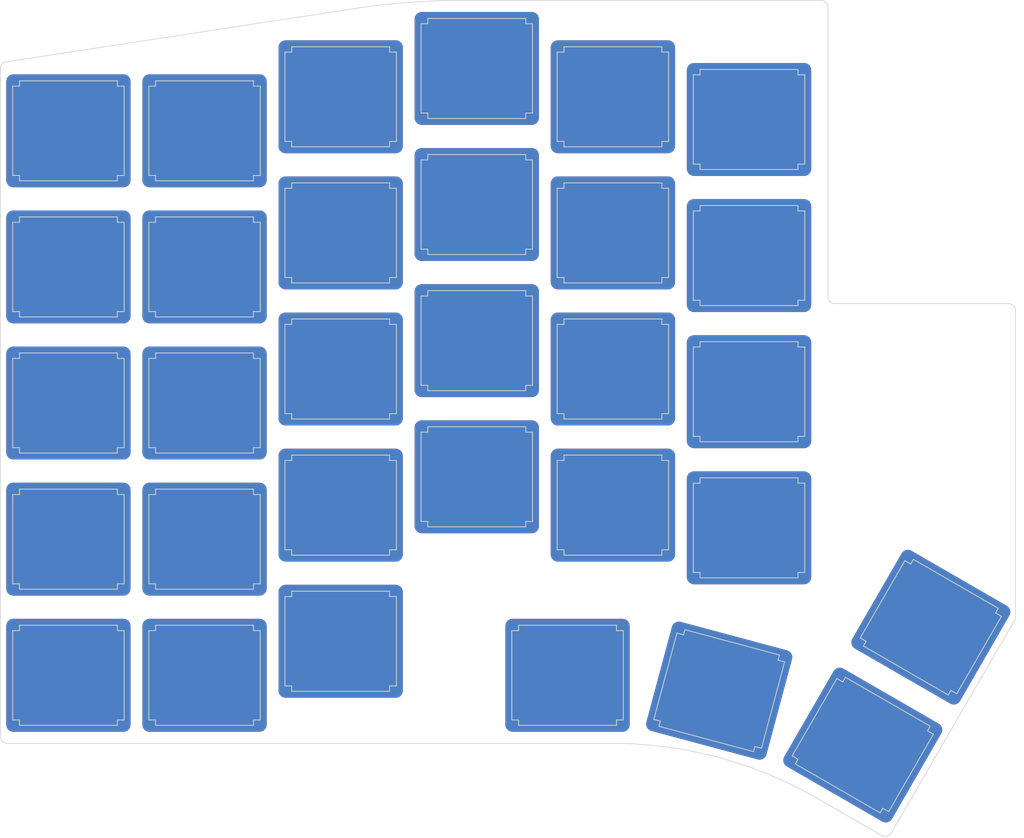
<source format=kicad_pcb>
(kicad_pcb (version 20171130) (host pcbnew "(5.1.6)-1")

  (general
    (thickness 1.6)
    (drawings 18)
    (tracks 0)
    (zones 0)
    (modules 36)
    (nets 1)
  )

  (page A3)
  (layers
    (0 F.Cu signal)
    (31 B.Cu signal)
    (32 B.Adhes user)
    (33 F.Adhes user)
    (34 B.Paste user)
    (35 F.Paste user)
    (36 B.SilkS user)
    (37 F.SilkS user)
    (38 B.Mask user)
    (39 F.Mask user)
    (40 Dwgs.User user)
    (41 Cmts.User user)
    (42 Eco1.User user)
    (43 Eco2.User user)
    (44 Edge.Cuts user)
    (45 Margin user)
    (46 B.CrtYd user)
    (47 F.CrtYd user)
    (48 B.Fab user)
    (49 F.Fab user)
  )

  (setup
    (last_trace_width 0.25)
    (user_trace_width 1)
    (user_trace_width 1.7526)
    (trace_clearance 0.2)
    (zone_clearance 0.508)
    (zone_45_only no)
    (trace_min 0.2)
    (via_size 0.7)
    (via_drill 0.35)
    (via_min_size 0.4)
    (via_min_drill 0.3)
    (uvia_size 0.3)
    (uvia_drill 0.1)
    (uvias_allowed no)
    (uvia_min_size 0.2)
    (uvia_min_drill 0.1)
    (edge_width 0.1)
    (segment_width 0.2)
    (pcb_text_width 0.3)
    (pcb_text_size 1.5 1.5)
    (mod_edge_width 0.12)
    (mod_text_size 1 1)
    (mod_text_width 0.15)
    (pad_size 2.4 2.4)
    (pad_drill 1.5)
    (pad_to_mask_clearance 0.051)
    (solder_mask_min_width 0.25)
    (aux_axis_origin 0 0)
    (visible_elements 7FFFF7FF)
    (pcbplotparams
      (layerselection 0x010fc_ffffffff)
      (usegerberextensions false)
      (usegerberattributes false)
      (usegerberadvancedattributes false)
      (creategerberjobfile false)
      (excludeedgelayer true)
      (linewidth 0.100000)
      (plotframeref false)
      (viasonmask false)
      (mode 1)
      (useauxorigin false)
      (hpglpennumber 1)
      (hpglpenspeed 20)
      (hpglpendiameter 15.000000)
      (psnegative false)
      (psa4output false)
      (plotreference true)
      (plotvalue true)
      (plotinvisibletext false)
      (padsonsilk false)
      (subtractmaskfromsilk false)
      (outputformat 1)
      (mirror false)
      (drillshape 0)
      (scaleselection 1)
      (outputdirectory "CantaloupeV1.2-Gerbers_Plate_MXALPS/"))
  )

  (net 0 "")

  (net_class Default "This is the default net class."
    (clearance 0.2)
    (trace_width 0.25)
    (via_dia 0.7)
    (via_drill 0.35)
    (uvia_dia 0.3)
    (uvia_drill 0.1)
  )

  (net_class Battery ""
    (clearance 0.2)
    (trace_width 1)
    (via_dia 0.7)
    (via_drill 0.35)
    (uvia_dia 0.3)
    (uvia_drill 0.1)
  )

  (net_class Power ""
    (clearance 0.2)
    (trace_width 0.5)
    (via_dia 0.7)
    (via_drill 0.35)
    (uvia_dia 0.3)
    (uvia_drill 0.1)
  )

  (module Keebio-Parts:MX-Alps_Switch_Cutout (layer F.Cu) (tedit 5BEEFD84) (tstamp 5F7DBD79)
    (at 315.95625 136.762498 330)
    (path /60697F9C)
    (fp_text reference SW31 (at 7.1 8.2 150) (layer F.SilkS) hide
      (effects (font (size 1 1) (thickness 0.15)))
    )
    (fp_text value MX (at -4.8 8.3 150) (layer F.Fab) hide
      (effects (font (size 1 1) (thickness 0.15)))
    )
    (fp_line (start -9.5 -9.5) (end 9.5 -9.5) (layer Dwgs.User) (width 0.15))
    (fp_line (start -9.5 9.5) (end -9.5 -9.5) (layer Dwgs.User) (width 0.15))
    (fp_line (start 9.5 9.5) (end -9.5 9.5) (layer Dwgs.User) (width 0.15))
    (fp_line (start 9.5 -9.5) (end 9.5 9.5) (layer Dwgs.User) (width 0.15))
    (fp_line (start -6.85 -6.25) (end -6.85 -7) (layer Edge.Cuts) (width 0.12))
    (fp_line (start -6.85 -7) (end 6.85 -7) (layer Edge.Cuts) (width 0.12))
    (fp_line (start 6.85 -7) (end 6.85 -6.25) (layer Edge.Cuts) (width 0.12))
    (fp_line (start 6.85 -6.25) (end 7.8 -6.25) (layer Edge.Cuts) (width 0.12))
    (fp_line (start 7.8 -6.25) (end 7.8 6.25) (layer Edge.Cuts) (width 0.12))
    (fp_line (start 7.8 6.25) (end 6.85 6.25) (layer Edge.Cuts) (width 0.12))
    (fp_line (start 6.85 6.25) (end 6.85 7) (layer Edge.Cuts) (width 0.12))
    (fp_line (start 6.85 7) (end -6.85 7) (layer Edge.Cuts) (width 0.12))
    (fp_line (start -6.85 7) (end -6.85 6.25) (layer Edge.Cuts) (width 0.12))
    (fp_line (start -6.85 6.25) (end -7.8 6.25) (layer Edge.Cuts) (width 0.12))
    (fp_line (start -7.8 6.25) (end -7.8 -6.25) (layer Edge.Cuts) (width 0.12))
    (fp_line (start -7.8 -6.25) (end -6.85 -6.25) (layer Edge.Cuts) (width 0.12))
    (pad 1 smd roundrect (at 0 0 150) (size 17.4 15.8) (layers B.Cu B.Mask) (roundrect_rratio 0.063))
    (pad 1 smd roundrect (at 0 0 150) (size 17.4 15.8) (layers F.Cu F.Mask) (roundrect_rratio 0.063))
  )

  (module Keebio-Parts:MX-Alps_Switch_Cutout (layer F.Cu) (tedit 5BEEFD84) (tstamp 5F7DBECF)
    (at 295.863387 129.149253 345)
    (path /5F790CA0)
    (fp_text reference SW29 (at 7.1 8.2 165) (layer F.SilkS) hide
      (effects (font (size 1 1) (thickness 0.15)))
    )
    (fp_text value MX (at -4.8 8.3 165) (layer F.Fab) hide
      (effects (font (size 1 1) (thickness 0.15)))
    )
    (fp_line (start -9.5 -9.5) (end 9.5 -9.5) (layer Dwgs.User) (width 0.15))
    (fp_line (start -9.5 9.5) (end -9.5 -9.5) (layer Dwgs.User) (width 0.15))
    (fp_line (start 9.5 9.5) (end -9.5 9.5) (layer Dwgs.User) (width 0.15))
    (fp_line (start 9.5 -9.5) (end 9.5 9.5) (layer Dwgs.User) (width 0.15))
    (fp_line (start -6.85 -6.25) (end -6.85 -7) (layer Edge.Cuts) (width 0.12))
    (fp_line (start -6.85 -7) (end 6.85 -7) (layer Edge.Cuts) (width 0.12))
    (fp_line (start 6.85 -7) (end 6.85 -6.25) (layer Edge.Cuts) (width 0.12))
    (fp_line (start 6.85 -6.25) (end 7.8 -6.25) (layer Edge.Cuts) (width 0.12))
    (fp_line (start 7.8 -6.25) (end 7.8 6.25) (layer Edge.Cuts) (width 0.12))
    (fp_line (start 7.8 6.25) (end 6.85 6.25) (layer Edge.Cuts) (width 0.12))
    (fp_line (start 6.85 6.25) (end 6.85 7) (layer Edge.Cuts) (width 0.12))
    (fp_line (start 6.85 7) (end -6.85 7) (layer Edge.Cuts) (width 0.12))
    (fp_line (start -6.85 7) (end -6.85 6.25) (layer Edge.Cuts) (width 0.12))
    (fp_line (start -6.85 6.25) (end -7.8 6.25) (layer Edge.Cuts) (width 0.12))
    (fp_line (start -7.8 6.25) (end -7.8 -6.25) (layer Edge.Cuts) (width 0.12))
    (fp_line (start -7.8 -6.25) (end -6.85 -6.25) (layer Edge.Cuts) (width 0.12))
    (pad 1 smd roundrect (at 0 0 165) (size 17.4 15.8) (layers B.Cu B.Mask) (roundrect_rratio 0.063))
    (pad 1 smd roundrect (at 0 0 165) (size 17.4 15.8) (layers F.Cu F.Mask) (roundrect_rratio 0.063))
  )

  (module Keebio-Parts:MX-Alps_Switch_Cutout (layer F.Cu) (tedit 5BEEFD84) (tstamp 5F7630AF)
    (at 300.0375 106.3625)
    (path /5F790C93)
    (fp_text reference SW28 (at 7.1 8.2) (layer F.SilkS) hide
      (effects (font (size 1 1) (thickness 0.15)))
    )
    (fp_text value MX (at -4.8 8.3) (layer F.Fab) hide
      (effects (font (size 1 1) (thickness 0.15)))
    )
    (fp_line (start -9.5 -9.5) (end 9.5 -9.5) (layer Dwgs.User) (width 0.15))
    (fp_line (start -9.5 9.5) (end -9.5 -9.5) (layer Dwgs.User) (width 0.15))
    (fp_line (start 9.5 9.5) (end -9.5 9.5) (layer Dwgs.User) (width 0.15))
    (fp_line (start 9.5 -9.5) (end 9.5 9.5) (layer Dwgs.User) (width 0.15))
    (fp_line (start -6.85 -6.25) (end -6.85 -7) (layer Edge.Cuts) (width 0.12))
    (fp_line (start -6.85 -7) (end 6.85 -7) (layer Edge.Cuts) (width 0.12))
    (fp_line (start 6.85 -7) (end 6.85 -6.25) (layer Edge.Cuts) (width 0.12))
    (fp_line (start 6.85 -6.25) (end 7.8 -6.25) (layer Edge.Cuts) (width 0.12))
    (fp_line (start 7.8 -6.25) (end 7.8 6.25) (layer Edge.Cuts) (width 0.12))
    (fp_line (start 7.8 6.25) (end 6.85 6.25) (layer Edge.Cuts) (width 0.12))
    (fp_line (start 6.85 6.25) (end 6.85 7) (layer Edge.Cuts) (width 0.12))
    (fp_line (start 6.85 7) (end -6.85 7) (layer Edge.Cuts) (width 0.12))
    (fp_line (start -6.85 7) (end -6.85 6.25) (layer Edge.Cuts) (width 0.12))
    (fp_line (start -6.85 6.25) (end -7.8 6.25) (layer Edge.Cuts) (width 0.12))
    (fp_line (start -7.8 6.25) (end -7.8 -6.25) (layer Edge.Cuts) (width 0.12))
    (fp_line (start -7.8 -6.25) (end -6.85 -6.25) (layer Edge.Cuts) (width 0.12))
    (pad 1 smd roundrect (at 0 0 180) (size 17.4 15.8) (layers B.Cu B.Mask) (roundrect_rratio 0.063))
    (pad 1 smd roundrect (at 0 0 180) (size 17.4 15.8) (layers F.Cu F.Mask) (roundrect_rratio 0.063))
  )

  (module Keebio-Parts:MX-Alps_Switch_Cutout (layer F.Cu) (tedit 5BEEFD84) (tstamp 5F762D17)
    (at 242.8875 46.037501)
    (path /5F708705)
    (fp_text reference SW11 (at 7.1 8.2) (layer F.SilkS) hide
      (effects (font (size 1 1) (thickness 0.15)))
    )
    (fp_text value MX (at -4.8 8.3) (layer F.Fab) hide
      (effects (font (size 1 1) (thickness 0.15)))
    )
    (fp_line (start -9.5 -9.5) (end 9.5 -9.5) (layer Dwgs.User) (width 0.15))
    (fp_line (start -9.5 9.5) (end -9.5 -9.5) (layer Dwgs.User) (width 0.15))
    (fp_line (start 9.5 9.5) (end -9.5 9.5) (layer Dwgs.User) (width 0.15))
    (fp_line (start 9.5 -9.5) (end 9.5 9.5) (layer Dwgs.User) (width 0.15))
    (fp_line (start -6.85 -6.25) (end -6.85 -7) (layer Edge.Cuts) (width 0.12))
    (fp_line (start -6.85 -7) (end 6.85 -7) (layer Edge.Cuts) (width 0.12))
    (fp_line (start 6.85 -7) (end 6.85 -6.25) (layer Edge.Cuts) (width 0.12))
    (fp_line (start 6.85 -6.25) (end 7.8 -6.25) (layer Edge.Cuts) (width 0.12))
    (fp_line (start 7.8 -6.25) (end 7.8 6.25) (layer Edge.Cuts) (width 0.12))
    (fp_line (start 7.8 6.25) (end 6.85 6.25) (layer Edge.Cuts) (width 0.12))
    (fp_line (start 6.85 6.25) (end 6.85 7) (layer Edge.Cuts) (width 0.12))
    (fp_line (start 6.85 7) (end -6.85 7) (layer Edge.Cuts) (width 0.12))
    (fp_line (start -6.85 7) (end -6.85 6.25) (layer Edge.Cuts) (width 0.12))
    (fp_line (start -6.85 6.25) (end -7.8 6.25) (layer Edge.Cuts) (width 0.12))
    (fp_line (start -7.8 6.25) (end -7.8 -6.25) (layer Edge.Cuts) (width 0.12))
    (fp_line (start -7.8 -6.25) (end -6.85 -6.25) (layer Edge.Cuts) (width 0.12))
    (pad 1 smd roundrect (at 0 0 180) (size 17.4 15.8) (layers B.Cu B.Mask) (roundrect_rratio 0.063))
    (pad 1 smd roundrect (at 0 0 180) (size 17.4 15.8) (layers F.Cu F.Mask) (roundrect_rratio 0.063))
  )

  (module Keebio-Parts:MX-Alps_Switch_Cutout (layer F.Cu) (tedit 5BEEFD84) (tstamp 5F762DCF)
    (at 242.887501 122.2375)
    (path /5F70873A)
    (fp_text reference SW15 (at 7.1 8.2) (layer F.SilkS) hide
      (effects (font (size 1 1) (thickness 0.15)))
    )
    (fp_text value MX (at -4.8 8.3) (layer F.Fab) hide
      (effects (font (size 1 1) (thickness 0.15)))
    )
    (fp_line (start -9.5 -9.5) (end 9.5 -9.5) (layer Dwgs.User) (width 0.15))
    (fp_line (start -9.5 9.5) (end -9.5 -9.5) (layer Dwgs.User) (width 0.15))
    (fp_line (start 9.5 9.5) (end -9.5 9.5) (layer Dwgs.User) (width 0.15))
    (fp_line (start 9.5 -9.5) (end 9.5 9.5) (layer Dwgs.User) (width 0.15))
    (fp_line (start -6.85 -6.25) (end -6.85 -7) (layer Edge.Cuts) (width 0.12))
    (fp_line (start -6.85 -7) (end 6.85 -7) (layer Edge.Cuts) (width 0.12))
    (fp_line (start 6.85 -7) (end 6.85 -6.25) (layer Edge.Cuts) (width 0.12))
    (fp_line (start 6.85 -6.25) (end 7.8 -6.25) (layer Edge.Cuts) (width 0.12))
    (fp_line (start 7.8 -6.25) (end 7.8 6.25) (layer Edge.Cuts) (width 0.12))
    (fp_line (start 7.8 6.25) (end 6.85 6.25) (layer Edge.Cuts) (width 0.12))
    (fp_line (start 6.85 6.25) (end 6.85 7) (layer Edge.Cuts) (width 0.12))
    (fp_line (start 6.85 7) (end -6.85 7) (layer Edge.Cuts) (width 0.12))
    (fp_line (start -6.85 7) (end -6.85 6.25) (layer Edge.Cuts) (width 0.12))
    (fp_line (start -6.85 6.25) (end -7.8 6.25) (layer Edge.Cuts) (width 0.12))
    (fp_line (start -7.8 6.25) (end -7.8 -6.25) (layer Edge.Cuts) (width 0.12))
    (fp_line (start -7.8 -6.25) (end -6.85 -6.25) (layer Edge.Cuts) (width 0.12))
    (pad 1 smd roundrect (at 0 0 180) (size 17.4 15.8) (layers B.Cu B.Mask) (roundrect_rratio 0.063))
    (pad 1 smd roundrect (at 0 0 180) (size 17.4 15.8) (layers F.Cu F.Mask) (roundrect_rratio 0.063))
  )

  (module Keebio-Parts:MX-Alps_Switch_Cutout (layer F.Cu) (tedit 5BEEFD84) (tstamp 5F7DC04C)
    (at 325.48125 120.264709 330)
    (path /5F8A9153)
    (fp_text reference SW30 (at 7.1 8.2 150) (layer F.SilkS) hide
      (effects (font (size 1 1) (thickness 0.15)))
    )
    (fp_text value MX (at -4.8 8.3 150) (layer F.Fab) hide
      (effects (font (size 1 1) (thickness 0.15)))
    )
    (fp_line (start -9.5 -9.5) (end 9.5 -9.5) (layer Dwgs.User) (width 0.15))
    (fp_line (start -9.5 9.5) (end -9.5 -9.5) (layer Dwgs.User) (width 0.15))
    (fp_line (start 9.5 9.5) (end -9.5 9.5) (layer Dwgs.User) (width 0.15))
    (fp_line (start 9.5 -9.5) (end 9.5 9.5) (layer Dwgs.User) (width 0.15))
    (fp_line (start -6.85 -6.25) (end -6.85 -7) (layer Edge.Cuts) (width 0.12))
    (fp_line (start -6.85 -7) (end 6.85 -7) (layer Edge.Cuts) (width 0.12))
    (fp_line (start 6.85 -7) (end 6.85 -6.25) (layer Edge.Cuts) (width 0.12))
    (fp_line (start 6.85 -6.25) (end 7.8 -6.25) (layer Edge.Cuts) (width 0.12))
    (fp_line (start 7.8 -6.25) (end 7.8 6.25) (layer Edge.Cuts) (width 0.12))
    (fp_line (start 7.8 6.25) (end 6.85 6.25) (layer Edge.Cuts) (width 0.12))
    (fp_line (start 6.85 6.25) (end 6.85 7) (layer Edge.Cuts) (width 0.12))
    (fp_line (start 6.85 7) (end -6.85 7) (layer Edge.Cuts) (width 0.12))
    (fp_line (start -6.85 7) (end -6.85 6.25) (layer Edge.Cuts) (width 0.12))
    (fp_line (start -6.85 6.25) (end -7.8 6.25) (layer Edge.Cuts) (width 0.12))
    (fp_line (start -7.8 6.25) (end -7.8 -6.25) (layer Edge.Cuts) (width 0.12))
    (fp_line (start -7.8 -6.25) (end -6.85 -6.25) (layer Edge.Cuts) (width 0.12))
    (pad 1 smd roundrect (at 0 0 150) (size 17.4 15.8) (layers B.Cu B.Mask) (roundrect_rratio 0.063))
    (pad 1 smd roundrect (at 0 0 150) (size 17.4 15.8) (layers F.Cu F.Mask) (roundrect_rratio 0.063))
  )

  (module Keebio-Parts:MX-Alps_Switch_Cutout (layer F.Cu) (tedit 5BEEFD84) (tstamp 5F762F9B)
    (at 280.9875 103.187499)
    (path /5F76C365)
    (fp_text reference SW23 (at 7.1 8.2) (layer F.SilkS) hide
      (effects (font (size 1 1) (thickness 0.15)))
    )
    (fp_text value MX (at -4.8 8.3) (layer F.Fab) hide
      (effects (font (size 1 1) (thickness 0.15)))
    )
    (fp_line (start -9.5 -9.5) (end 9.5 -9.5) (layer Dwgs.User) (width 0.15))
    (fp_line (start -9.5 9.5) (end -9.5 -9.5) (layer Dwgs.User) (width 0.15))
    (fp_line (start 9.5 9.5) (end -9.5 9.5) (layer Dwgs.User) (width 0.15))
    (fp_line (start 9.5 -9.5) (end 9.5 9.5) (layer Dwgs.User) (width 0.15))
    (fp_line (start -6.85 -6.25) (end -6.85 -7) (layer Edge.Cuts) (width 0.12))
    (fp_line (start -6.85 -7) (end 6.85 -7) (layer Edge.Cuts) (width 0.12))
    (fp_line (start 6.85 -7) (end 6.85 -6.25) (layer Edge.Cuts) (width 0.12))
    (fp_line (start 6.85 -6.25) (end 7.8 -6.25) (layer Edge.Cuts) (width 0.12))
    (fp_line (start 7.8 -6.25) (end 7.8 6.25) (layer Edge.Cuts) (width 0.12))
    (fp_line (start 7.8 6.25) (end 6.85 6.25) (layer Edge.Cuts) (width 0.12))
    (fp_line (start 6.85 6.25) (end 6.85 7) (layer Edge.Cuts) (width 0.12))
    (fp_line (start 6.85 7) (end -6.85 7) (layer Edge.Cuts) (width 0.12))
    (fp_line (start -6.85 7) (end -6.85 6.25) (layer Edge.Cuts) (width 0.12))
    (fp_line (start -6.85 6.25) (end -7.8 6.25) (layer Edge.Cuts) (width 0.12))
    (fp_line (start -7.8 6.25) (end -7.8 -6.25) (layer Edge.Cuts) (width 0.12))
    (fp_line (start -7.8 -6.25) (end -6.85 -6.25) (layer Edge.Cuts) (width 0.12))
    (pad 1 smd roundrect (at 0 0 180) (size 17.4 15.8) (layers B.Cu B.Mask) (roundrect_rratio 0.063))
    (pad 1 smd roundrect (at 0 0 180) (size 17.4 15.8) (layers F.Cu F.Mask) (roundrect_rratio 0.063))
  )

  (module Keebio-Parts:MX-Alps_Switch_Cutout (layer F.Cu) (tedit 5BEEFD84) (tstamp 5F763081)
    (at 300.037498 87.3125)
    (path /5F790C86)
    (fp_text reference SW27 (at 7.1 8.2) (layer F.SilkS) hide
      (effects (font (size 1 1) (thickness 0.15)))
    )
    (fp_text value MX (at -4.8 8.3) (layer F.Fab) hide
      (effects (font (size 1 1) (thickness 0.15)))
    )
    (fp_line (start -9.5 -9.5) (end 9.5 -9.5) (layer Dwgs.User) (width 0.15))
    (fp_line (start -9.5 9.5) (end -9.5 -9.5) (layer Dwgs.User) (width 0.15))
    (fp_line (start 9.5 9.5) (end -9.5 9.5) (layer Dwgs.User) (width 0.15))
    (fp_line (start 9.5 -9.5) (end 9.5 9.5) (layer Dwgs.User) (width 0.15))
    (fp_line (start -6.85 -6.25) (end -6.85 -7) (layer Edge.Cuts) (width 0.12))
    (fp_line (start -6.85 -7) (end 6.85 -7) (layer Edge.Cuts) (width 0.12))
    (fp_line (start 6.85 -7) (end 6.85 -6.25) (layer Edge.Cuts) (width 0.12))
    (fp_line (start 6.85 -6.25) (end 7.8 -6.25) (layer Edge.Cuts) (width 0.12))
    (fp_line (start 7.8 -6.25) (end 7.8 6.25) (layer Edge.Cuts) (width 0.12))
    (fp_line (start 7.8 6.25) (end 6.85 6.25) (layer Edge.Cuts) (width 0.12))
    (fp_line (start 6.85 6.25) (end 6.85 7) (layer Edge.Cuts) (width 0.12))
    (fp_line (start 6.85 7) (end -6.85 7) (layer Edge.Cuts) (width 0.12))
    (fp_line (start -6.85 7) (end -6.85 6.25) (layer Edge.Cuts) (width 0.12))
    (fp_line (start -6.85 6.25) (end -7.8 6.25) (layer Edge.Cuts) (width 0.12))
    (fp_line (start -7.8 6.25) (end -7.8 -6.25) (layer Edge.Cuts) (width 0.12))
    (fp_line (start -7.8 -6.25) (end -6.85 -6.25) (layer Edge.Cuts) (width 0.12))
    (pad 1 smd roundrect (at 0 0 180) (size 17.4 15.8) (layers B.Cu B.Mask) (roundrect_rratio 0.063))
    (pad 1 smd roundrect (at 0 0 180) (size 17.4 15.8) (layers F.Cu F.Mask) (roundrect_rratio 0.063))
  )

  (module Keebio-Parts:MX-Alps_Switch_Cutout (layer F.Cu) (tedit 5BEEFD84) (tstamp 5F763053)
    (at 300.0375 68.262501)
    (path /5F790C79)
    (fp_text reference SW26 (at 7.1 8.2) (layer F.SilkS) hide
      (effects (font (size 1 1) (thickness 0.15)))
    )
    (fp_text value MX (at -4.8 8.3) (layer F.Fab) hide
      (effects (font (size 1 1) (thickness 0.15)))
    )
    (fp_line (start -9.5 -9.5) (end 9.5 -9.5) (layer Dwgs.User) (width 0.15))
    (fp_line (start -9.5 9.5) (end -9.5 -9.5) (layer Dwgs.User) (width 0.15))
    (fp_line (start 9.5 9.5) (end -9.5 9.5) (layer Dwgs.User) (width 0.15))
    (fp_line (start 9.5 -9.5) (end 9.5 9.5) (layer Dwgs.User) (width 0.15))
    (fp_line (start -6.85 -6.25) (end -6.85 -7) (layer Edge.Cuts) (width 0.12))
    (fp_line (start -6.85 -7) (end 6.85 -7) (layer Edge.Cuts) (width 0.12))
    (fp_line (start 6.85 -7) (end 6.85 -6.25) (layer Edge.Cuts) (width 0.12))
    (fp_line (start 6.85 -6.25) (end 7.8 -6.25) (layer Edge.Cuts) (width 0.12))
    (fp_line (start 7.8 -6.25) (end 7.8 6.25) (layer Edge.Cuts) (width 0.12))
    (fp_line (start 7.8 6.25) (end 6.85 6.25) (layer Edge.Cuts) (width 0.12))
    (fp_line (start 6.85 6.25) (end 6.85 7) (layer Edge.Cuts) (width 0.12))
    (fp_line (start 6.85 7) (end -6.85 7) (layer Edge.Cuts) (width 0.12))
    (fp_line (start -6.85 7) (end -6.85 6.25) (layer Edge.Cuts) (width 0.12))
    (fp_line (start -6.85 6.25) (end -7.8 6.25) (layer Edge.Cuts) (width 0.12))
    (fp_line (start -7.8 6.25) (end -7.8 -6.25) (layer Edge.Cuts) (width 0.12))
    (fp_line (start -7.8 -6.25) (end -6.85 -6.25) (layer Edge.Cuts) (width 0.12))
    (pad 1 smd roundrect (at 0 0 180) (size 17.4 15.8) (layers B.Cu B.Mask) (roundrect_rratio 0.063))
    (pad 1 smd roundrect (at 0 0 180) (size 17.4 15.8) (layers F.Cu F.Mask) (roundrect_rratio 0.063))
  )

  (module Keebio-Parts:MX-Alps_Switch_Cutout (layer F.Cu) (tedit 5BEEFD84) (tstamp 5F762F6D)
    (at 280.9875 84.137499)
    (path /5F76C358)
    (fp_text reference SW22 (at 7.1 8.2) (layer F.SilkS) hide
      (effects (font (size 1 1) (thickness 0.15)))
    )
    (fp_text value MX (at -4.8 8.3) (layer F.Fab) hide
      (effects (font (size 1 1) (thickness 0.15)))
    )
    (fp_line (start -9.5 -9.5) (end 9.5 -9.5) (layer Dwgs.User) (width 0.15))
    (fp_line (start -9.5 9.5) (end -9.5 -9.5) (layer Dwgs.User) (width 0.15))
    (fp_line (start 9.5 9.5) (end -9.5 9.5) (layer Dwgs.User) (width 0.15))
    (fp_line (start 9.5 -9.5) (end 9.5 9.5) (layer Dwgs.User) (width 0.15))
    (fp_line (start -6.85 -6.25) (end -6.85 -7) (layer Edge.Cuts) (width 0.12))
    (fp_line (start -6.85 -7) (end 6.85 -7) (layer Edge.Cuts) (width 0.12))
    (fp_line (start 6.85 -7) (end 6.85 -6.25) (layer Edge.Cuts) (width 0.12))
    (fp_line (start 6.85 -6.25) (end 7.8 -6.25) (layer Edge.Cuts) (width 0.12))
    (fp_line (start 7.8 -6.25) (end 7.8 6.25) (layer Edge.Cuts) (width 0.12))
    (fp_line (start 7.8 6.25) (end 6.85 6.25) (layer Edge.Cuts) (width 0.12))
    (fp_line (start 6.85 6.25) (end 6.85 7) (layer Edge.Cuts) (width 0.12))
    (fp_line (start 6.85 7) (end -6.85 7) (layer Edge.Cuts) (width 0.12))
    (fp_line (start -6.85 7) (end -6.85 6.25) (layer Edge.Cuts) (width 0.12))
    (fp_line (start -6.85 6.25) (end -7.8 6.25) (layer Edge.Cuts) (width 0.12))
    (fp_line (start -7.8 6.25) (end -7.8 -6.25) (layer Edge.Cuts) (width 0.12))
    (fp_line (start -7.8 -6.25) (end -6.85 -6.25) (layer Edge.Cuts) (width 0.12))
    (pad 1 smd roundrect (at 0 0 180) (size 17.4 15.8) (layers B.Cu B.Mask) (roundrect_rratio 0.063))
    (pad 1 smd roundrect (at 0 0 180) (size 17.4 15.8) (layers F.Cu F.Mask) (roundrect_rratio 0.063))
  )

  (module Keebio-Parts:MX-Alps_Switch_Cutout (layer F.Cu) (tedit 5BEEFD84) (tstamp 5F7C4DB7)
    (at 204.7875 50.8)
    (path /5E7F9F5F)
    (fp_text reference SW1 (at 7.1 8.2) (layer F.SilkS) hide
      (effects (font (size 1 1) (thickness 0.15)))
    )
    (fp_text value MX (at -4.8 8.3) (layer F.Fab) hide
      (effects (font (size 1 1) (thickness 0.15)))
    )
    (fp_line (start -9.5 -9.5) (end 9.5 -9.5) (layer Dwgs.User) (width 0.15))
    (fp_line (start -9.5 9.5) (end -9.5 -9.5) (layer Dwgs.User) (width 0.15))
    (fp_line (start 9.5 9.5) (end -9.5 9.5) (layer Dwgs.User) (width 0.15))
    (fp_line (start 9.5 -9.5) (end 9.5 9.5) (layer Dwgs.User) (width 0.15))
    (fp_line (start -6.85 -6.25) (end -6.85 -7) (layer Edge.Cuts) (width 0.12))
    (fp_line (start -6.85 -7) (end 6.85 -7) (layer Edge.Cuts) (width 0.12))
    (fp_line (start 6.85 -7) (end 6.85 -6.25) (layer Edge.Cuts) (width 0.12))
    (fp_line (start 6.85 -6.25) (end 7.8 -6.25) (layer Edge.Cuts) (width 0.12))
    (fp_line (start 7.8 -6.25) (end 7.8 6.25) (layer Edge.Cuts) (width 0.12))
    (fp_line (start 7.8 6.25) (end 6.85 6.25) (layer Edge.Cuts) (width 0.12))
    (fp_line (start 6.85 6.25) (end 6.85 7) (layer Edge.Cuts) (width 0.12))
    (fp_line (start 6.85 7) (end -6.85 7) (layer Edge.Cuts) (width 0.12))
    (fp_line (start -6.85 7) (end -6.85 6.25) (layer Edge.Cuts) (width 0.12))
    (fp_line (start -6.85 6.25) (end -7.8 6.25) (layer Edge.Cuts) (width 0.12))
    (fp_line (start -7.8 6.25) (end -7.8 -6.25) (layer Edge.Cuts) (width 0.12))
    (fp_line (start -7.8 -6.25) (end -6.85 -6.25) (layer Edge.Cuts) (width 0.12))
    (pad 1 smd roundrect (at 0 0 180) (size 17.4 15.8) (layers B.Cu B.Mask) (roundrect_rratio 0.063))
    (pad 1 smd roundrect (at 0 0 180) (size 17.4 15.8) (layers F.Cu F.Mask) (roundrect_rratio 0.063))
  )

  (module Keebio-Parts:MX-Alps_Switch_Cutout (layer F.Cu) (tedit 5BEEFD84) (tstamp 5F763025)
    (at 300.037501 49.2125)
    (path /5F790C6B)
    (fp_text reference SW25 (at 7.1 8.2) (layer F.SilkS) hide
      (effects (font (size 1 1) (thickness 0.15)))
    )
    (fp_text value MX (at -4.8 8.3) (layer F.Fab) hide
      (effects (font (size 1 1) (thickness 0.15)))
    )
    (fp_line (start -9.5 -9.5) (end 9.5 -9.5) (layer Dwgs.User) (width 0.15))
    (fp_line (start -9.5 9.5) (end -9.5 -9.5) (layer Dwgs.User) (width 0.15))
    (fp_line (start 9.5 9.5) (end -9.5 9.5) (layer Dwgs.User) (width 0.15))
    (fp_line (start 9.5 -9.5) (end 9.5 9.5) (layer Dwgs.User) (width 0.15))
    (fp_line (start -6.85 -6.25) (end -6.85 -7) (layer Edge.Cuts) (width 0.12))
    (fp_line (start -6.85 -7) (end 6.85 -7) (layer Edge.Cuts) (width 0.12))
    (fp_line (start 6.85 -7) (end 6.85 -6.25) (layer Edge.Cuts) (width 0.12))
    (fp_line (start 6.85 -6.25) (end 7.8 -6.25) (layer Edge.Cuts) (width 0.12))
    (fp_line (start 7.8 -6.25) (end 7.8 6.25) (layer Edge.Cuts) (width 0.12))
    (fp_line (start 7.8 6.25) (end 6.85 6.25) (layer Edge.Cuts) (width 0.12))
    (fp_line (start 6.85 6.25) (end 6.85 7) (layer Edge.Cuts) (width 0.12))
    (fp_line (start 6.85 7) (end -6.85 7) (layer Edge.Cuts) (width 0.12))
    (fp_line (start -6.85 7) (end -6.85 6.25) (layer Edge.Cuts) (width 0.12))
    (fp_line (start -6.85 6.25) (end -7.8 6.25) (layer Edge.Cuts) (width 0.12))
    (fp_line (start -7.8 6.25) (end -7.8 -6.25) (layer Edge.Cuts) (width 0.12))
    (fp_line (start -7.8 -6.25) (end -6.85 -6.25) (layer Edge.Cuts) (width 0.12))
    (pad 1 smd roundrect (at 0 0 180) (size 17.4 15.8) (layers B.Cu B.Mask) (roundrect_rratio 0.063))
    (pad 1 smd roundrect (at 0 0 180) (size 17.4 15.8) (layers F.Cu F.Mask) (roundrect_rratio 0.063))
  )

  (module Keebio-Parts:MX-Alps_Switch_Cutout (layer F.Cu) (tedit 5BEEFD84) (tstamp 5F762F3F)
    (at 280.987499 65.0875)
    (path /5F76C34B)
    (fp_text reference SW21 (at 7.1 8.2) (layer F.SilkS) hide
      (effects (font (size 1 1) (thickness 0.15)))
    )
    (fp_text value MX (at -4.8 8.3) (layer F.Fab) hide
      (effects (font (size 1 1) (thickness 0.15)))
    )
    (fp_line (start -9.5 -9.5) (end 9.5 -9.5) (layer Dwgs.User) (width 0.15))
    (fp_line (start -9.5 9.5) (end -9.5 -9.5) (layer Dwgs.User) (width 0.15))
    (fp_line (start 9.5 9.5) (end -9.5 9.5) (layer Dwgs.User) (width 0.15))
    (fp_line (start 9.5 -9.5) (end 9.5 9.5) (layer Dwgs.User) (width 0.15))
    (fp_line (start -6.85 -6.25) (end -6.85 -7) (layer Edge.Cuts) (width 0.12))
    (fp_line (start -6.85 -7) (end 6.85 -7) (layer Edge.Cuts) (width 0.12))
    (fp_line (start 6.85 -7) (end 6.85 -6.25) (layer Edge.Cuts) (width 0.12))
    (fp_line (start 6.85 -6.25) (end 7.8 -6.25) (layer Edge.Cuts) (width 0.12))
    (fp_line (start 7.8 -6.25) (end 7.8 6.25) (layer Edge.Cuts) (width 0.12))
    (fp_line (start 7.8 6.25) (end 6.85 6.25) (layer Edge.Cuts) (width 0.12))
    (fp_line (start 6.85 6.25) (end 6.85 7) (layer Edge.Cuts) (width 0.12))
    (fp_line (start 6.85 7) (end -6.85 7) (layer Edge.Cuts) (width 0.12))
    (fp_line (start -6.85 7) (end -6.85 6.25) (layer Edge.Cuts) (width 0.12))
    (fp_line (start -6.85 6.25) (end -7.8 6.25) (layer Edge.Cuts) (width 0.12))
    (fp_line (start -7.8 6.25) (end -7.8 -6.25) (layer Edge.Cuts) (width 0.12))
    (fp_line (start -7.8 -6.25) (end -6.85 -6.25) (layer Edge.Cuts) (width 0.12))
    (pad 1 smd roundrect (at 0 0 180) (size 17.4 15.8) (layers B.Cu B.Mask) (roundrect_rratio 0.063))
    (pad 1 smd roundrect (at 0 0 180) (size 17.4 15.8) (layers F.Cu F.Mask) (roundrect_rratio 0.063))
  )

  (module Keebio-Parts:MX-Alps_Switch_Cutout (layer F.Cu) (tedit 5BEEFD84) (tstamp 5F762F11)
    (at 280.987499 46.0375)
    (path /5F76C33D)
    (fp_text reference SW20 (at 7.1 8.2) (layer F.SilkS) hide
      (effects (font (size 1 1) (thickness 0.15)))
    )
    (fp_text value MX (at -4.8 8.3) (layer F.Fab) hide
      (effects (font (size 1 1) (thickness 0.15)))
    )
    (fp_line (start -9.5 -9.5) (end 9.5 -9.5) (layer Dwgs.User) (width 0.15))
    (fp_line (start -9.5 9.5) (end -9.5 -9.5) (layer Dwgs.User) (width 0.15))
    (fp_line (start 9.5 9.5) (end -9.5 9.5) (layer Dwgs.User) (width 0.15))
    (fp_line (start 9.5 -9.5) (end 9.5 9.5) (layer Dwgs.User) (width 0.15))
    (fp_line (start -6.85 -6.25) (end -6.85 -7) (layer Edge.Cuts) (width 0.12))
    (fp_line (start -6.85 -7) (end 6.85 -7) (layer Edge.Cuts) (width 0.12))
    (fp_line (start 6.85 -7) (end 6.85 -6.25) (layer Edge.Cuts) (width 0.12))
    (fp_line (start 6.85 -6.25) (end 7.8 -6.25) (layer Edge.Cuts) (width 0.12))
    (fp_line (start 7.8 -6.25) (end 7.8 6.25) (layer Edge.Cuts) (width 0.12))
    (fp_line (start 7.8 6.25) (end 6.85 6.25) (layer Edge.Cuts) (width 0.12))
    (fp_line (start 6.85 6.25) (end 6.85 7) (layer Edge.Cuts) (width 0.12))
    (fp_line (start 6.85 7) (end -6.85 7) (layer Edge.Cuts) (width 0.12))
    (fp_line (start -6.85 7) (end -6.85 6.25) (layer Edge.Cuts) (width 0.12))
    (fp_line (start -6.85 6.25) (end -7.8 6.25) (layer Edge.Cuts) (width 0.12))
    (fp_line (start -7.8 6.25) (end -7.8 -6.25) (layer Edge.Cuts) (width 0.12))
    (fp_line (start -7.8 -6.25) (end -6.85 -6.25) (layer Edge.Cuts) (width 0.12))
    (pad 1 smd roundrect (at 0 0 180) (size 17.4 15.8) (layers B.Cu B.Mask) (roundrect_rratio 0.063))
    (pad 1 smd roundrect (at 0 0 180) (size 17.4 15.8) (layers F.Cu F.Mask) (roundrect_rratio 0.063))
  )

  (module Keebio-Parts:MX-Alps_Switch_Cutout (layer F.Cu) (tedit 5BEEFD84) (tstamp 5F7DC247)
    (at 274.6375 127)
    (path /5F76C372)
    (fp_text reference SW24 (at 7.1 8.2) (layer F.SilkS) hide
      (effects (font (size 1 1) (thickness 0.15)))
    )
    (fp_text value MX (at -4.8 8.3) (layer F.Fab) hide
      (effects (font (size 1 1) (thickness 0.15)))
    )
    (fp_line (start -9.5 -9.5) (end 9.5 -9.5) (layer Dwgs.User) (width 0.15))
    (fp_line (start -9.5 9.5) (end -9.5 -9.5) (layer Dwgs.User) (width 0.15))
    (fp_line (start 9.5 9.5) (end -9.5 9.5) (layer Dwgs.User) (width 0.15))
    (fp_line (start 9.5 -9.5) (end 9.5 9.5) (layer Dwgs.User) (width 0.15))
    (fp_line (start -6.85 -6.25) (end -6.85 -7) (layer Edge.Cuts) (width 0.12))
    (fp_line (start -6.85 -7) (end 6.85 -7) (layer Edge.Cuts) (width 0.12))
    (fp_line (start 6.85 -7) (end 6.85 -6.25) (layer Edge.Cuts) (width 0.12))
    (fp_line (start 6.85 -6.25) (end 7.8 -6.25) (layer Edge.Cuts) (width 0.12))
    (fp_line (start 7.8 -6.25) (end 7.8 6.25) (layer Edge.Cuts) (width 0.12))
    (fp_line (start 7.8 6.25) (end 6.85 6.25) (layer Edge.Cuts) (width 0.12))
    (fp_line (start 6.85 6.25) (end 6.85 7) (layer Edge.Cuts) (width 0.12))
    (fp_line (start 6.85 7) (end -6.85 7) (layer Edge.Cuts) (width 0.12))
    (fp_line (start -6.85 7) (end -6.85 6.25) (layer Edge.Cuts) (width 0.12))
    (fp_line (start -6.85 6.25) (end -7.8 6.25) (layer Edge.Cuts) (width 0.12))
    (fp_line (start -7.8 6.25) (end -7.8 -6.25) (layer Edge.Cuts) (width 0.12))
    (fp_line (start -7.8 -6.25) (end -6.85 -6.25) (layer Edge.Cuts) (width 0.12))
    (pad 1 smd roundrect (at 0 0 180) (size 17.4 15.8) (layers B.Cu B.Mask) (roundrect_rratio 0.063))
    (pad 1 smd roundrect (at 0 0 180) (size 17.4 15.8) (layers F.Cu F.Mask) (roundrect_rratio 0.063))
  )

  (module Keebio-Parts:MX-Alps_Switch_Cutout (layer F.Cu) (tedit 5BEEFD84) (tstamp 5F762E87)
    (at 261.937501 99.21875)
    (path /5F740BE1)
    (fp_text reference SW19 (at 7.1 8.2) (layer F.SilkS) hide
      (effects (font (size 1 1) (thickness 0.15)))
    )
    (fp_text value MX (at -4.8 8.3) (layer F.Fab) hide
      (effects (font (size 1 1) (thickness 0.15)))
    )
    (fp_line (start -9.5 -9.5) (end 9.5 -9.5) (layer Dwgs.User) (width 0.15))
    (fp_line (start -9.5 9.5) (end -9.5 -9.5) (layer Dwgs.User) (width 0.15))
    (fp_line (start 9.5 9.5) (end -9.5 9.5) (layer Dwgs.User) (width 0.15))
    (fp_line (start 9.5 -9.5) (end 9.5 9.5) (layer Dwgs.User) (width 0.15))
    (fp_line (start -6.85 -6.25) (end -6.85 -7) (layer Edge.Cuts) (width 0.12))
    (fp_line (start -6.85 -7) (end 6.85 -7) (layer Edge.Cuts) (width 0.12))
    (fp_line (start 6.85 -7) (end 6.85 -6.25) (layer Edge.Cuts) (width 0.12))
    (fp_line (start 6.85 -6.25) (end 7.8 -6.25) (layer Edge.Cuts) (width 0.12))
    (fp_line (start 7.8 -6.25) (end 7.8 6.25) (layer Edge.Cuts) (width 0.12))
    (fp_line (start 7.8 6.25) (end 6.85 6.25) (layer Edge.Cuts) (width 0.12))
    (fp_line (start 6.85 6.25) (end 6.85 7) (layer Edge.Cuts) (width 0.12))
    (fp_line (start 6.85 7) (end -6.85 7) (layer Edge.Cuts) (width 0.12))
    (fp_line (start -6.85 7) (end -6.85 6.25) (layer Edge.Cuts) (width 0.12))
    (fp_line (start -6.85 6.25) (end -7.8 6.25) (layer Edge.Cuts) (width 0.12))
    (fp_line (start -7.8 6.25) (end -7.8 -6.25) (layer Edge.Cuts) (width 0.12))
    (fp_line (start -7.8 -6.25) (end -6.85 -6.25) (layer Edge.Cuts) (width 0.12))
    (pad 1 smd roundrect (at 0 0 180) (size 17.4 15.8) (layers B.Cu B.Mask) (roundrect_rratio 0.063))
    (pad 1 smd roundrect (at 0 0 180) (size 17.4 15.8) (layers F.Cu F.Mask) (roundrect_rratio 0.063))
  )

  (module Keebio-Parts:MX-Alps_Switch_Cutout (layer F.Cu) (tedit 5BEEFD84) (tstamp 5F762E59)
    (at 261.937501 80.168749)
    (path /5F740BD4)
    (fp_text reference SW18 (at 7.1 8.2) (layer F.SilkS) hide
      (effects (font (size 1 1) (thickness 0.15)))
    )
    (fp_text value MX (at -4.8 8.3) (layer F.Fab) hide
      (effects (font (size 1 1) (thickness 0.15)))
    )
    (fp_line (start -9.5 -9.5) (end 9.5 -9.5) (layer Dwgs.User) (width 0.15))
    (fp_line (start -9.5 9.5) (end -9.5 -9.5) (layer Dwgs.User) (width 0.15))
    (fp_line (start 9.5 9.5) (end -9.5 9.5) (layer Dwgs.User) (width 0.15))
    (fp_line (start 9.5 -9.5) (end 9.5 9.5) (layer Dwgs.User) (width 0.15))
    (fp_line (start -6.85 -6.25) (end -6.85 -7) (layer Edge.Cuts) (width 0.12))
    (fp_line (start -6.85 -7) (end 6.85 -7) (layer Edge.Cuts) (width 0.12))
    (fp_line (start 6.85 -7) (end 6.85 -6.25) (layer Edge.Cuts) (width 0.12))
    (fp_line (start 6.85 -6.25) (end 7.8 -6.25) (layer Edge.Cuts) (width 0.12))
    (fp_line (start 7.8 -6.25) (end 7.8 6.25) (layer Edge.Cuts) (width 0.12))
    (fp_line (start 7.8 6.25) (end 6.85 6.25) (layer Edge.Cuts) (width 0.12))
    (fp_line (start 6.85 6.25) (end 6.85 7) (layer Edge.Cuts) (width 0.12))
    (fp_line (start 6.85 7) (end -6.85 7) (layer Edge.Cuts) (width 0.12))
    (fp_line (start -6.85 7) (end -6.85 6.25) (layer Edge.Cuts) (width 0.12))
    (fp_line (start -6.85 6.25) (end -7.8 6.25) (layer Edge.Cuts) (width 0.12))
    (fp_line (start -7.8 6.25) (end -7.8 -6.25) (layer Edge.Cuts) (width 0.12))
    (fp_line (start -7.8 -6.25) (end -6.85 -6.25) (layer Edge.Cuts) (width 0.12))
    (pad 1 smd roundrect (at 0 0 180) (size 17.4 15.8) (layers B.Cu B.Mask) (roundrect_rratio 0.063))
    (pad 1 smd roundrect (at 0 0 180) (size 17.4 15.8) (layers F.Cu F.Mask) (roundrect_rratio 0.063))
  )

  (module Keebio-Parts:MX-Alps_Switch_Cutout (layer F.Cu) (tedit 5BEEFD84) (tstamp 5F762E2B)
    (at 261.9375 61.118751)
    (path /5F740BC7)
    (fp_text reference SW17 (at 7.1 8.2) (layer F.SilkS) hide
      (effects (font (size 1 1) (thickness 0.15)))
    )
    (fp_text value MX (at -4.8 8.3) (layer F.Fab) hide
      (effects (font (size 1 1) (thickness 0.15)))
    )
    (fp_line (start -9.5 -9.5) (end 9.5 -9.5) (layer Dwgs.User) (width 0.15))
    (fp_line (start -9.5 9.5) (end -9.5 -9.5) (layer Dwgs.User) (width 0.15))
    (fp_line (start 9.5 9.5) (end -9.5 9.5) (layer Dwgs.User) (width 0.15))
    (fp_line (start 9.5 -9.5) (end 9.5 9.5) (layer Dwgs.User) (width 0.15))
    (fp_line (start -6.85 -6.25) (end -6.85 -7) (layer Edge.Cuts) (width 0.12))
    (fp_line (start -6.85 -7) (end 6.85 -7) (layer Edge.Cuts) (width 0.12))
    (fp_line (start 6.85 -7) (end 6.85 -6.25) (layer Edge.Cuts) (width 0.12))
    (fp_line (start 6.85 -6.25) (end 7.8 -6.25) (layer Edge.Cuts) (width 0.12))
    (fp_line (start 7.8 -6.25) (end 7.8 6.25) (layer Edge.Cuts) (width 0.12))
    (fp_line (start 7.8 6.25) (end 6.85 6.25) (layer Edge.Cuts) (width 0.12))
    (fp_line (start 6.85 6.25) (end 6.85 7) (layer Edge.Cuts) (width 0.12))
    (fp_line (start 6.85 7) (end -6.85 7) (layer Edge.Cuts) (width 0.12))
    (fp_line (start -6.85 7) (end -6.85 6.25) (layer Edge.Cuts) (width 0.12))
    (fp_line (start -6.85 6.25) (end -7.8 6.25) (layer Edge.Cuts) (width 0.12))
    (fp_line (start -7.8 6.25) (end -7.8 -6.25) (layer Edge.Cuts) (width 0.12))
    (fp_line (start -7.8 -6.25) (end -6.85 -6.25) (layer Edge.Cuts) (width 0.12))
    (pad 1 smd roundrect (at 0 0 180) (size 17.4 15.8) (layers B.Cu B.Mask) (roundrect_rratio 0.063))
    (pad 1 smd roundrect (at 0 0 180) (size 17.4 15.8) (layers F.Cu F.Mask) (roundrect_rratio 0.063))
  )

  (module Keebio-Parts:MX-Alps_Switch_Cutout (layer F.Cu) (tedit 5BEEFD84) (tstamp 5F762DFD)
    (at 261.937501 42.06875)
    (path /5F740BB9)
    (fp_text reference SW16 (at 7.1 8.2) (layer F.SilkS) hide
      (effects (font (size 1 1) (thickness 0.15)))
    )
    (fp_text value MX (at -4.8 8.3) (layer F.Fab) hide
      (effects (font (size 1 1) (thickness 0.15)))
    )
    (fp_line (start -9.5 -9.5) (end 9.5 -9.5) (layer Dwgs.User) (width 0.15))
    (fp_line (start -9.5 9.5) (end -9.5 -9.5) (layer Dwgs.User) (width 0.15))
    (fp_line (start 9.5 9.5) (end -9.5 9.5) (layer Dwgs.User) (width 0.15))
    (fp_line (start 9.5 -9.5) (end 9.5 9.5) (layer Dwgs.User) (width 0.15))
    (fp_line (start -6.85 -6.25) (end -6.85 -7) (layer Edge.Cuts) (width 0.12))
    (fp_line (start -6.85 -7) (end 6.85 -7) (layer Edge.Cuts) (width 0.12))
    (fp_line (start 6.85 -7) (end 6.85 -6.25) (layer Edge.Cuts) (width 0.12))
    (fp_line (start 6.85 -6.25) (end 7.8 -6.25) (layer Edge.Cuts) (width 0.12))
    (fp_line (start 7.8 -6.25) (end 7.8 6.25) (layer Edge.Cuts) (width 0.12))
    (fp_line (start 7.8 6.25) (end 6.85 6.25) (layer Edge.Cuts) (width 0.12))
    (fp_line (start 6.85 6.25) (end 6.85 7) (layer Edge.Cuts) (width 0.12))
    (fp_line (start 6.85 7) (end -6.85 7) (layer Edge.Cuts) (width 0.12))
    (fp_line (start -6.85 7) (end -6.85 6.25) (layer Edge.Cuts) (width 0.12))
    (fp_line (start -6.85 6.25) (end -7.8 6.25) (layer Edge.Cuts) (width 0.12))
    (fp_line (start -7.8 6.25) (end -7.8 -6.25) (layer Edge.Cuts) (width 0.12))
    (fp_line (start -7.8 -6.25) (end -6.85 -6.25) (layer Edge.Cuts) (width 0.12))
    (pad 1 smd roundrect (at 0 0 180) (size 17.4 15.8) (layers B.Cu B.Mask) (roundrect_rratio 0.063))
    (pad 1 smd roundrect (at 0 0 180) (size 17.4 15.8) (layers F.Cu F.Mask) (roundrect_rratio 0.063))
  )

  (module Keebio-Parts:MX-Alps_Switch_Cutout (layer F.Cu) (tedit 5BEEFD84) (tstamp 5F762DA1)
    (at 242.8875 103.187499)
    (path /5F70872D)
    (fp_text reference SW14 (at 7.1 8.2) (layer F.SilkS) hide
      (effects (font (size 1 1) (thickness 0.15)))
    )
    (fp_text value MX (at -4.8 8.3) (layer F.Fab) hide
      (effects (font (size 1 1) (thickness 0.15)))
    )
    (fp_line (start -9.5 -9.5) (end 9.5 -9.5) (layer Dwgs.User) (width 0.15))
    (fp_line (start -9.5 9.5) (end -9.5 -9.5) (layer Dwgs.User) (width 0.15))
    (fp_line (start 9.5 9.5) (end -9.5 9.5) (layer Dwgs.User) (width 0.15))
    (fp_line (start 9.5 -9.5) (end 9.5 9.5) (layer Dwgs.User) (width 0.15))
    (fp_line (start -6.85 -6.25) (end -6.85 -7) (layer Edge.Cuts) (width 0.12))
    (fp_line (start -6.85 -7) (end 6.85 -7) (layer Edge.Cuts) (width 0.12))
    (fp_line (start 6.85 -7) (end 6.85 -6.25) (layer Edge.Cuts) (width 0.12))
    (fp_line (start 6.85 -6.25) (end 7.8 -6.25) (layer Edge.Cuts) (width 0.12))
    (fp_line (start 7.8 -6.25) (end 7.8 6.25) (layer Edge.Cuts) (width 0.12))
    (fp_line (start 7.8 6.25) (end 6.85 6.25) (layer Edge.Cuts) (width 0.12))
    (fp_line (start 6.85 6.25) (end 6.85 7) (layer Edge.Cuts) (width 0.12))
    (fp_line (start 6.85 7) (end -6.85 7) (layer Edge.Cuts) (width 0.12))
    (fp_line (start -6.85 7) (end -6.85 6.25) (layer Edge.Cuts) (width 0.12))
    (fp_line (start -6.85 6.25) (end -7.8 6.25) (layer Edge.Cuts) (width 0.12))
    (fp_line (start -7.8 6.25) (end -7.8 -6.25) (layer Edge.Cuts) (width 0.12))
    (fp_line (start -7.8 -6.25) (end -6.85 -6.25) (layer Edge.Cuts) (width 0.12))
    (pad 1 smd roundrect (at 0 0 180) (size 17.4 15.8) (layers B.Cu B.Mask) (roundrect_rratio 0.063))
    (pad 1 smd roundrect (at 0 0 180) (size 17.4 15.8) (layers F.Cu F.Mask) (roundrect_rratio 0.063))
  )

  (module Keebio-Parts:MX-Alps_Switch_Cutout (layer F.Cu) (tedit 5BEEFD84) (tstamp 5F762D73)
    (at 242.8875 84.137499)
    (path /5F708720)
    (fp_text reference SW13 (at 7.1 8.2) (layer F.SilkS) hide
      (effects (font (size 1 1) (thickness 0.15)))
    )
    (fp_text value MX (at -4.8 8.3) (layer F.Fab) hide
      (effects (font (size 1 1) (thickness 0.15)))
    )
    (fp_line (start -9.5 -9.5) (end 9.5 -9.5) (layer Dwgs.User) (width 0.15))
    (fp_line (start -9.5 9.5) (end -9.5 -9.5) (layer Dwgs.User) (width 0.15))
    (fp_line (start 9.5 9.5) (end -9.5 9.5) (layer Dwgs.User) (width 0.15))
    (fp_line (start 9.5 -9.5) (end 9.5 9.5) (layer Dwgs.User) (width 0.15))
    (fp_line (start -6.85 -6.25) (end -6.85 -7) (layer Edge.Cuts) (width 0.12))
    (fp_line (start -6.85 -7) (end 6.85 -7) (layer Edge.Cuts) (width 0.12))
    (fp_line (start 6.85 -7) (end 6.85 -6.25) (layer Edge.Cuts) (width 0.12))
    (fp_line (start 6.85 -6.25) (end 7.8 -6.25) (layer Edge.Cuts) (width 0.12))
    (fp_line (start 7.8 -6.25) (end 7.8 6.25) (layer Edge.Cuts) (width 0.12))
    (fp_line (start 7.8 6.25) (end 6.85 6.25) (layer Edge.Cuts) (width 0.12))
    (fp_line (start 6.85 6.25) (end 6.85 7) (layer Edge.Cuts) (width 0.12))
    (fp_line (start 6.85 7) (end -6.85 7) (layer Edge.Cuts) (width 0.12))
    (fp_line (start -6.85 7) (end -6.85 6.25) (layer Edge.Cuts) (width 0.12))
    (fp_line (start -6.85 6.25) (end -7.8 6.25) (layer Edge.Cuts) (width 0.12))
    (fp_line (start -7.8 6.25) (end -7.8 -6.25) (layer Edge.Cuts) (width 0.12))
    (fp_line (start -7.8 -6.25) (end -6.85 -6.25) (layer Edge.Cuts) (width 0.12))
    (pad 1 smd roundrect (at 0 0 180) (size 17.4 15.8) (layers B.Cu B.Mask) (roundrect_rratio 0.063))
    (pad 1 smd roundrect (at 0 0 180) (size 17.4 15.8) (layers F.Cu F.Mask) (roundrect_rratio 0.063))
  )

  (module Keebio-Parts:MX-Alps_Switch_Cutout (layer F.Cu) (tedit 5BEEFD84) (tstamp 5F762D45)
    (at 242.8875 65.087501)
    (path /5F708713)
    (fp_text reference SW12 (at 7.1 8.2) (layer F.SilkS) hide
      (effects (font (size 1 1) (thickness 0.15)))
    )
    (fp_text value MX (at -4.8 8.3) (layer F.Fab) hide
      (effects (font (size 1 1) (thickness 0.15)))
    )
    (fp_line (start -9.5 -9.5) (end 9.5 -9.5) (layer Dwgs.User) (width 0.15))
    (fp_line (start -9.5 9.5) (end -9.5 -9.5) (layer Dwgs.User) (width 0.15))
    (fp_line (start 9.5 9.5) (end -9.5 9.5) (layer Dwgs.User) (width 0.15))
    (fp_line (start 9.5 -9.5) (end 9.5 9.5) (layer Dwgs.User) (width 0.15))
    (fp_line (start -6.85 -6.25) (end -6.85 -7) (layer Edge.Cuts) (width 0.12))
    (fp_line (start -6.85 -7) (end 6.85 -7) (layer Edge.Cuts) (width 0.12))
    (fp_line (start 6.85 -7) (end 6.85 -6.25) (layer Edge.Cuts) (width 0.12))
    (fp_line (start 6.85 -6.25) (end 7.8 -6.25) (layer Edge.Cuts) (width 0.12))
    (fp_line (start 7.8 -6.25) (end 7.8 6.25) (layer Edge.Cuts) (width 0.12))
    (fp_line (start 7.8 6.25) (end 6.85 6.25) (layer Edge.Cuts) (width 0.12))
    (fp_line (start 6.85 6.25) (end 6.85 7) (layer Edge.Cuts) (width 0.12))
    (fp_line (start 6.85 7) (end -6.85 7) (layer Edge.Cuts) (width 0.12))
    (fp_line (start -6.85 7) (end -6.85 6.25) (layer Edge.Cuts) (width 0.12))
    (fp_line (start -6.85 6.25) (end -7.8 6.25) (layer Edge.Cuts) (width 0.12))
    (fp_line (start -7.8 6.25) (end -7.8 -6.25) (layer Edge.Cuts) (width 0.12))
    (fp_line (start -7.8 -6.25) (end -6.85 -6.25) (layer Edge.Cuts) (width 0.12))
    (pad 1 smd roundrect (at 0 0 180) (size 17.4 15.8) (layers B.Cu B.Mask) (roundrect_rratio 0.063))
    (pad 1 smd roundrect (at 0 0 180) (size 17.4 15.8) (layers F.Cu F.Mask) (roundrect_rratio 0.063))
  )

  (module Keebio-Parts:MX-Alps_Switch_Cutout (layer F.Cu) (tedit 5BEEFD84) (tstamp 5F762CE9)
    (at 223.837499 127.000002)
    (path /5F6D8670)
    (fp_text reference SW10 (at 7.1 8.2) (layer F.SilkS) hide
      (effects (font (size 1 1) (thickness 0.15)))
    )
    (fp_text value MX (at -4.8 8.3) (layer F.Fab) hide
      (effects (font (size 1 1) (thickness 0.15)))
    )
    (fp_line (start -9.5 -9.5) (end 9.5 -9.5) (layer Dwgs.User) (width 0.15))
    (fp_line (start -9.5 9.5) (end -9.5 -9.5) (layer Dwgs.User) (width 0.15))
    (fp_line (start 9.5 9.5) (end -9.5 9.5) (layer Dwgs.User) (width 0.15))
    (fp_line (start 9.5 -9.5) (end 9.5 9.5) (layer Dwgs.User) (width 0.15))
    (fp_line (start -6.85 -6.25) (end -6.85 -7) (layer Edge.Cuts) (width 0.12))
    (fp_line (start -6.85 -7) (end 6.85 -7) (layer Edge.Cuts) (width 0.12))
    (fp_line (start 6.85 -7) (end 6.85 -6.25) (layer Edge.Cuts) (width 0.12))
    (fp_line (start 6.85 -6.25) (end 7.8 -6.25) (layer Edge.Cuts) (width 0.12))
    (fp_line (start 7.8 -6.25) (end 7.8 6.25) (layer Edge.Cuts) (width 0.12))
    (fp_line (start 7.8 6.25) (end 6.85 6.25) (layer Edge.Cuts) (width 0.12))
    (fp_line (start 6.85 6.25) (end 6.85 7) (layer Edge.Cuts) (width 0.12))
    (fp_line (start 6.85 7) (end -6.85 7) (layer Edge.Cuts) (width 0.12))
    (fp_line (start -6.85 7) (end -6.85 6.25) (layer Edge.Cuts) (width 0.12))
    (fp_line (start -6.85 6.25) (end -7.8 6.25) (layer Edge.Cuts) (width 0.12))
    (fp_line (start -7.8 6.25) (end -7.8 -6.25) (layer Edge.Cuts) (width 0.12))
    (fp_line (start -7.8 -6.25) (end -6.85 -6.25) (layer Edge.Cuts) (width 0.12))
    (pad 1 smd roundrect (at 0 0 180) (size 17.4 15.8) (layers B.Cu B.Mask) (roundrect_rratio 0.063))
    (pad 1 smd roundrect (at 0 0 180) (size 17.4 15.8) (layers F.Cu F.Mask) (roundrect_rratio 0.063))
  )

  (module Keebio-Parts:MX-Alps_Switch_Cutout (layer F.Cu) (tedit 5BEEFD84) (tstamp 5F762CBB)
    (at 223.837499 107.95)
    (path /5F6D8663)
    (fp_text reference SW9 (at 7.1 8.2) (layer F.SilkS) hide
      (effects (font (size 1 1) (thickness 0.15)))
    )
    (fp_text value MX (at -4.8 8.3) (layer F.Fab) hide
      (effects (font (size 1 1) (thickness 0.15)))
    )
    (fp_line (start -9.5 -9.5) (end 9.5 -9.5) (layer Dwgs.User) (width 0.15))
    (fp_line (start -9.5 9.5) (end -9.5 -9.5) (layer Dwgs.User) (width 0.15))
    (fp_line (start 9.5 9.5) (end -9.5 9.5) (layer Dwgs.User) (width 0.15))
    (fp_line (start 9.5 -9.5) (end 9.5 9.5) (layer Dwgs.User) (width 0.15))
    (fp_line (start -6.85 -6.25) (end -6.85 -7) (layer Edge.Cuts) (width 0.12))
    (fp_line (start -6.85 -7) (end 6.85 -7) (layer Edge.Cuts) (width 0.12))
    (fp_line (start 6.85 -7) (end 6.85 -6.25) (layer Edge.Cuts) (width 0.12))
    (fp_line (start 6.85 -6.25) (end 7.8 -6.25) (layer Edge.Cuts) (width 0.12))
    (fp_line (start 7.8 -6.25) (end 7.8 6.25) (layer Edge.Cuts) (width 0.12))
    (fp_line (start 7.8 6.25) (end 6.85 6.25) (layer Edge.Cuts) (width 0.12))
    (fp_line (start 6.85 6.25) (end 6.85 7) (layer Edge.Cuts) (width 0.12))
    (fp_line (start 6.85 7) (end -6.85 7) (layer Edge.Cuts) (width 0.12))
    (fp_line (start -6.85 7) (end -6.85 6.25) (layer Edge.Cuts) (width 0.12))
    (fp_line (start -6.85 6.25) (end -7.8 6.25) (layer Edge.Cuts) (width 0.12))
    (fp_line (start -7.8 6.25) (end -7.8 -6.25) (layer Edge.Cuts) (width 0.12))
    (fp_line (start -7.8 -6.25) (end -6.85 -6.25) (layer Edge.Cuts) (width 0.12))
    (pad 1 smd roundrect (at 0 0 180) (size 17.4 15.8) (layers B.Cu B.Mask) (roundrect_rratio 0.063))
    (pad 1 smd roundrect (at 0 0 180) (size 17.4 15.8) (layers F.Cu F.Mask) (roundrect_rratio 0.063))
  )

  (module Keebio-Parts:MX-Alps_Switch_Cutout (layer F.Cu) (tedit 5BEEFD84) (tstamp 5F762C8D)
    (at 223.837501 88.9)
    (path /5F6D8656)
    (fp_text reference SW8 (at 7.1 8.2) (layer F.SilkS) hide
      (effects (font (size 1 1) (thickness 0.15)))
    )
    (fp_text value MX (at -4.8 8.3) (layer F.Fab) hide
      (effects (font (size 1 1) (thickness 0.15)))
    )
    (fp_line (start -9.5 -9.5) (end 9.5 -9.5) (layer Dwgs.User) (width 0.15))
    (fp_line (start -9.5 9.5) (end -9.5 -9.5) (layer Dwgs.User) (width 0.15))
    (fp_line (start 9.5 9.5) (end -9.5 9.5) (layer Dwgs.User) (width 0.15))
    (fp_line (start 9.5 -9.5) (end 9.5 9.5) (layer Dwgs.User) (width 0.15))
    (fp_line (start -6.85 -6.25) (end -6.85 -7) (layer Edge.Cuts) (width 0.12))
    (fp_line (start -6.85 -7) (end 6.85 -7) (layer Edge.Cuts) (width 0.12))
    (fp_line (start 6.85 -7) (end 6.85 -6.25) (layer Edge.Cuts) (width 0.12))
    (fp_line (start 6.85 -6.25) (end 7.8 -6.25) (layer Edge.Cuts) (width 0.12))
    (fp_line (start 7.8 -6.25) (end 7.8 6.25) (layer Edge.Cuts) (width 0.12))
    (fp_line (start 7.8 6.25) (end 6.85 6.25) (layer Edge.Cuts) (width 0.12))
    (fp_line (start 6.85 6.25) (end 6.85 7) (layer Edge.Cuts) (width 0.12))
    (fp_line (start 6.85 7) (end -6.85 7) (layer Edge.Cuts) (width 0.12))
    (fp_line (start -6.85 7) (end -6.85 6.25) (layer Edge.Cuts) (width 0.12))
    (fp_line (start -6.85 6.25) (end -7.8 6.25) (layer Edge.Cuts) (width 0.12))
    (fp_line (start -7.8 6.25) (end -7.8 -6.25) (layer Edge.Cuts) (width 0.12))
    (fp_line (start -7.8 -6.25) (end -6.85 -6.25) (layer Edge.Cuts) (width 0.12))
    (pad 1 smd roundrect (at 0 0 180) (size 17.4 15.8) (layers B.Cu B.Mask) (roundrect_rratio 0.063))
    (pad 1 smd roundrect (at 0 0 180) (size 17.4 15.8) (layers F.Cu F.Mask) (roundrect_rratio 0.063))
  )

  (module Keebio-Parts:MX-Alps_Switch_Cutout (layer F.Cu) (tedit 5BEEFD84) (tstamp 5F762C5F)
    (at 223.837499 69.85)
    (path /5F6D8649)
    (fp_text reference SW7 (at 7.1 8.2) (layer F.SilkS) hide
      (effects (font (size 1 1) (thickness 0.15)))
    )
    (fp_text value MX (at -4.8 8.3) (layer F.Fab) hide
      (effects (font (size 1 1) (thickness 0.15)))
    )
    (fp_line (start -9.5 -9.5) (end 9.5 -9.5) (layer Dwgs.User) (width 0.15))
    (fp_line (start -9.5 9.5) (end -9.5 -9.5) (layer Dwgs.User) (width 0.15))
    (fp_line (start 9.5 9.5) (end -9.5 9.5) (layer Dwgs.User) (width 0.15))
    (fp_line (start 9.5 -9.5) (end 9.5 9.5) (layer Dwgs.User) (width 0.15))
    (fp_line (start -6.85 -6.25) (end -6.85 -7) (layer Edge.Cuts) (width 0.12))
    (fp_line (start -6.85 -7) (end 6.85 -7) (layer Edge.Cuts) (width 0.12))
    (fp_line (start 6.85 -7) (end 6.85 -6.25) (layer Edge.Cuts) (width 0.12))
    (fp_line (start 6.85 -6.25) (end 7.8 -6.25) (layer Edge.Cuts) (width 0.12))
    (fp_line (start 7.8 -6.25) (end 7.8 6.25) (layer Edge.Cuts) (width 0.12))
    (fp_line (start 7.8 6.25) (end 6.85 6.25) (layer Edge.Cuts) (width 0.12))
    (fp_line (start 6.85 6.25) (end 6.85 7) (layer Edge.Cuts) (width 0.12))
    (fp_line (start 6.85 7) (end -6.85 7) (layer Edge.Cuts) (width 0.12))
    (fp_line (start -6.85 7) (end -6.85 6.25) (layer Edge.Cuts) (width 0.12))
    (fp_line (start -6.85 6.25) (end -7.8 6.25) (layer Edge.Cuts) (width 0.12))
    (fp_line (start -7.8 6.25) (end -7.8 -6.25) (layer Edge.Cuts) (width 0.12))
    (fp_line (start -7.8 -6.25) (end -6.85 -6.25) (layer Edge.Cuts) (width 0.12))
    (pad 1 smd roundrect (at 0 0 180) (size 17.4 15.8) (layers B.Cu B.Mask) (roundrect_rratio 0.063))
    (pad 1 smd roundrect (at 0 0 180) (size 17.4 15.8) (layers F.Cu F.Mask) (roundrect_rratio 0.063))
  )

  (module Keebio-Parts:MX-Alps_Switch_Cutout (layer F.Cu) (tedit 5BEEFD84) (tstamp 5F762C31)
    (at 223.8375 50.799999)
    (path /5F6D863A)
    (fp_text reference SW6 (at 7.1 8.2) (layer F.SilkS) hide
      (effects (font (size 1 1) (thickness 0.15)))
    )
    (fp_text value MX (at -4.8 8.3) (layer F.Fab) hide
      (effects (font (size 1 1) (thickness 0.15)))
    )
    (fp_line (start -9.5 -9.5) (end 9.5 -9.5) (layer Dwgs.User) (width 0.15))
    (fp_line (start -9.5 9.5) (end -9.5 -9.5) (layer Dwgs.User) (width 0.15))
    (fp_line (start 9.5 9.5) (end -9.5 9.5) (layer Dwgs.User) (width 0.15))
    (fp_line (start 9.5 -9.5) (end 9.5 9.5) (layer Dwgs.User) (width 0.15))
    (fp_line (start -6.85 -6.25) (end -6.85 -7) (layer Edge.Cuts) (width 0.12))
    (fp_line (start -6.85 -7) (end 6.85 -7) (layer Edge.Cuts) (width 0.12))
    (fp_line (start 6.85 -7) (end 6.85 -6.25) (layer Edge.Cuts) (width 0.12))
    (fp_line (start 6.85 -6.25) (end 7.8 -6.25) (layer Edge.Cuts) (width 0.12))
    (fp_line (start 7.8 -6.25) (end 7.8 6.25) (layer Edge.Cuts) (width 0.12))
    (fp_line (start 7.8 6.25) (end 6.85 6.25) (layer Edge.Cuts) (width 0.12))
    (fp_line (start 6.85 6.25) (end 6.85 7) (layer Edge.Cuts) (width 0.12))
    (fp_line (start 6.85 7) (end -6.85 7) (layer Edge.Cuts) (width 0.12))
    (fp_line (start -6.85 7) (end -6.85 6.25) (layer Edge.Cuts) (width 0.12))
    (fp_line (start -6.85 6.25) (end -7.8 6.25) (layer Edge.Cuts) (width 0.12))
    (fp_line (start -7.8 6.25) (end -7.8 -6.25) (layer Edge.Cuts) (width 0.12))
    (fp_line (start -7.8 -6.25) (end -6.85 -6.25) (layer Edge.Cuts) (width 0.12))
    (pad 1 smd roundrect (at 0 0 180) (size 17.4 15.8) (layers B.Cu B.Mask) (roundrect_rratio 0.063))
    (pad 1 smd roundrect (at 0 0 180) (size 17.4 15.8) (layers F.Cu F.Mask) (roundrect_rratio 0.063))
  )

  (module Keebio-Parts:MX-Alps_Switch_Cutout (layer F.Cu) (tedit 5BEEFD84) (tstamp 5F762C03)
    (at 204.787501 126.999999)
    (path /5F62A165)
    (fp_text reference SW5 (at 7.1 8.2) (layer F.SilkS) hide
      (effects (font (size 1 1) (thickness 0.15)))
    )
    (fp_text value MX (at -4.8 8.3) (layer F.Fab) hide
      (effects (font (size 1 1) (thickness 0.15)))
    )
    (fp_line (start -9.5 -9.5) (end 9.5 -9.5) (layer Dwgs.User) (width 0.15))
    (fp_line (start -9.5 9.5) (end -9.5 -9.5) (layer Dwgs.User) (width 0.15))
    (fp_line (start 9.5 9.5) (end -9.5 9.5) (layer Dwgs.User) (width 0.15))
    (fp_line (start 9.5 -9.5) (end 9.5 9.5) (layer Dwgs.User) (width 0.15))
    (fp_line (start -6.85 -6.25) (end -6.85 -7) (layer Edge.Cuts) (width 0.12))
    (fp_line (start -6.85 -7) (end 6.85 -7) (layer Edge.Cuts) (width 0.12))
    (fp_line (start 6.85 -7) (end 6.85 -6.25) (layer Edge.Cuts) (width 0.12))
    (fp_line (start 6.85 -6.25) (end 7.8 -6.25) (layer Edge.Cuts) (width 0.12))
    (fp_line (start 7.8 -6.25) (end 7.8 6.25) (layer Edge.Cuts) (width 0.12))
    (fp_line (start 7.8 6.25) (end 6.85 6.25) (layer Edge.Cuts) (width 0.12))
    (fp_line (start 6.85 6.25) (end 6.85 7) (layer Edge.Cuts) (width 0.12))
    (fp_line (start 6.85 7) (end -6.85 7) (layer Edge.Cuts) (width 0.12))
    (fp_line (start -6.85 7) (end -6.85 6.25) (layer Edge.Cuts) (width 0.12))
    (fp_line (start -6.85 6.25) (end -7.8 6.25) (layer Edge.Cuts) (width 0.12))
    (fp_line (start -7.8 6.25) (end -7.8 -6.25) (layer Edge.Cuts) (width 0.12))
    (fp_line (start -7.8 -6.25) (end -6.85 -6.25) (layer Edge.Cuts) (width 0.12))
    (pad 1 smd roundrect (at 0 0 180) (size 17.4 15.8) (layers B.Cu B.Mask) (roundrect_rratio 0.063))
    (pad 1 smd roundrect (at 0 0 180) (size 17.4 15.8) (layers F.Cu F.Mask) (roundrect_rratio 0.063))
  )

  (module Keebio-Parts:MX-Alps_Switch_Cutout (layer F.Cu) (tedit 5BEEFD84) (tstamp 5F762BD5)
    (at 204.787501 107.95)
    (path /5F61EF2C)
    (fp_text reference SW4 (at 7.1 8.2) (layer F.SilkS) hide
      (effects (font (size 1 1) (thickness 0.15)))
    )
    (fp_text value MX (at -4.8 8.3) (layer F.Fab) hide
      (effects (font (size 1 1) (thickness 0.15)))
    )
    (fp_line (start -9.5 -9.5) (end 9.5 -9.5) (layer Dwgs.User) (width 0.15))
    (fp_line (start -9.5 9.5) (end -9.5 -9.5) (layer Dwgs.User) (width 0.15))
    (fp_line (start 9.5 9.5) (end -9.5 9.5) (layer Dwgs.User) (width 0.15))
    (fp_line (start 9.5 -9.5) (end 9.5 9.5) (layer Dwgs.User) (width 0.15))
    (fp_line (start -6.85 -6.25) (end -6.85 -7) (layer Edge.Cuts) (width 0.12))
    (fp_line (start -6.85 -7) (end 6.85 -7) (layer Edge.Cuts) (width 0.12))
    (fp_line (start 6.85 -7) (end 6.85 -6.25) (layer Edge.Cuts) (width 0.12))
    (fp_line (start 6.85 -6.25) (end 7.8 -6.25) (layer Edge.Cuts) (width 0.12))
    (fp_line (start 7.8 -6.25) (end 7.8 6.25) (layer Edge.Cuts) (width 0.12))
    (fp_line (start 7.8 6.25) (end 6.85 6.25) (layer Edge.Cuts) (width 0.12))
    (fp_line (start 6.85 6.25) (end 6.85 7) (layer Edge.Cuts) (width 0.12))
    (fp_line (start 6.85 7) (end -6.85 7) (layer Edge.Cuts) (width 0.12))
    (fp_line (start -6.85 7) (end -6.85 6.25) (layer Edge.Cuts) (width 0.12))
    (fp_line (start -6.85 6.25) (end -7.8 6.25) (layer Edge.Cuts) (width 0.12))
    (fp_line (start -7.8 6.25) (end -7.8 -6.25) (layer Edge.Cuts) (width 0.12))
    (fp_line (start -7.8 -6.25) (end -6.85 -6.25) (layer Edge.Cuts) (width 0.12))
    (pad 1 smd roundrect (at 0 0 180) (size 17.4 15.8) (layers B.Cu B.Mask) (roundrect_rratio 0.063))
    (pad 1 smd roundrect (at 0 0 180) (size 17.4 15.8) (layers F.Cu F.Mask) (roundrect_rratio 0.063))
  )

  (module Keebio-Parts:MX-Alps_Switch_Cutout (layer F.Cu) (tedit 5BEEFD84) (tstamp 5F762BA7)
    (at 204.787501 88.9)
    (path /5F613E79)
    (fp_text reference SW3 (at 7.1 8.2) (layer F.SilkS) hide
      (effects (font (size 1 1) (thickness 0.15)))
    )
    (fp_text value MX (at -4.8 8.3) (layer F.Fab) hide
      (effects (font (size 1 1) (thickness 0.15)))
    )
    (fp_line (start -9.5 -9.5) (end 9.5 -9.5) (layer Dwgs.User) (width 0.15))
    (fp_line (start -9.5 9.5) (end -9.5 -9.5) (layer Dwgs.User) (width 0.15))
    (fp_line (start 9.5 9.5) (end -9.5 9.5) (layer Dwgs.User) (width 0.15))
    (fp_line (start 9.5 -9.5) (end 9.5 9.5) (layer Dwgs.User) (width 0.15))
    (fp_line (start -6.85 -6.25) (end -6.85 -7) (layer Edge.Cuts) (width 0.12))
    (fp_line (start -6.85 -7) (end 6.85 -7) (layer Edge.Cuts) (width 0.12))
    (fp_line (start 6.85 -7) (end 6.85 -6.25) (layer Edge.Cuts) (width 0.12))
    (fp_line (start 6.85 -6.25) (end 7.8 -6.25) (layer Edge.Cuts) (width 0.12))
    (fp_line (start 7.8 -6.25) (end 7.8 6.25) (layer Edge.Cuts) (width 0.12))
    (fp_line (start 7.8 6.25) (end 6.85 6.25) (layer Edge.Cuts) (width 0.12))
    (fp_line (start 6.85 6.25) (end 6.85 7) (layer Edge.Cuts) (width 0.12))
    (fp_line (start 6.85 7) (end -6.85 7) (layer Edge.Cuts) (width 0.12))
    (fp_line (start -6.85 7) (end -6.85 6.25) (layer Edge.Cuts) (width 0.12))
    (fp_line (start -6.85 6.25) (end -7.8 6.25) (layer Edge.Cuts) (width 0.12))
    (fp_line (start -7.8 6.25) (end -7.8 -6.25) (layer Edge.Cuts) (width 0.12))
    (fp_line (start -7.8 -6.25) (end -6.85 -6.25) (layer Edge.Cuts) (width 0.12))
    (pad 1 smd roundrect (at 0 0 180) (size 17.4 15.8) (layers B.Cu B.Mask) (roundrect_rratio 0.063))
    (pad 1 smd roundrect (at 0 0 180) (size 17.4 15.8) (layers F.Cu F.Mask) (roundrect_rratio 0.063))
  )

  (module Keebio-Parts:MX-Alps_Switch_Cutout (layer F.Cu) (tedit 5BEEFD84) (tstamp 5F762B79)
    (at 204.7875 69.850001)
    (path /5F608752)
    (fp_text reference SW2 (at 7.1 8.2) (layer F.SilkS) hide
      (effects (font (size 1 1) (thickness 0.15)))
    )
    (fp_text value MX (at -4.8 8.3) (layer F.Fab) hide
      (effects (font (size 1 1) (thickness 0.15)))
    )
    (fp_line (start -9.5 -9.5) (end 9.5 -9.5) (layer Dwgs.User) (width 0.15))
    (fp_line (start -9.5 9.5) (end -9.5 -9.5) (layer Dwgs.User) (width 0.15))
    (fp_line (start 9.5 9.5) (end -9.5 9.5) (layer Dwgs.User) (width 0.15))
    (fp_line (start 9.5 -9.5) (end 9.5 9.5) (layer Dwgs.User) (width 0.15))
    (fp_line (start -6.85 -6.25) (end -6.85 -7) (layer Edge.Cuts) (width 0.12))
    (fp_line (start -6.85 -7) (end 6.85 -7) (layer Edge.Cuts) (width 0.12))
    (fp_line (start 6.85 -7) (end 6.85 -6.25) (layer Edge.Cuts) (width 0.12))
    (fp_line (start 6.85 -6.25) (end 7.8 -6.25) (layer Edge.Cuts) (width 0.12))
    (fp_line (start 7.8 -6.25) (end 7.8 6.25) (layer Edge.Cuts) (width 0.12))
    (fp_line (start 7.8 6.25) (end 6.85 6.25) (layer Edge.Cuts) (width 0.12))
    (fp_line (start 6.85 6.25) (end 6.85 7) (layer Edge.Cuts) (width 0.12))
    (fp_line (start 6.85 7) (end -6.85 7) (layer Edge.Cuts) (width 0.12))
    (fp_line (start -6.85 7) (end -6.85 6.25) (layer Edge.Cuts) (width 0.12))
    (fp_line (start -6.85 6.25) (end -7.8 6.25) (layer Edge.Cuts) (width 0.12))
    (fp_line (start -7.8 6.25) (end -7.8 -6.25) (layer Edge.Cuts) (width 0.12))
    (fp_line (start -7.8 -6.25) (end -6.85 -6.25) (layer Edge.Cuts) (width 0.12))
    (pad 1 smd roundrect (at 0 0 180) (size 17.4 15.8) (layers B.Cu B.Mask) (roundrect_rratio 0.063))
    (pad 1 smd roundrect (at 0 0 180) (size 17.4 15.8) (layers F.Cu F.Mask) (roundrect_rratio 0.063))
  )

  (module MountingHole:MountingHole_2.2mm_M2 (layer F.Cu) (tedit 56D1B4CB) (tstamp 5F79E978)
    (at 310.58125 121.5375)
    (descr "Mounting Hole 2.2mm, no annular, M2")
    (tags "mounting hole 2.2mm no annular m2")
    (attr virtual)
    (fp_text reference REF** (at 0 -3.2) (layer F.SilkS) hide
      (effects (font (size 1 1) (thickness 0.15)))
    )
    (fp_text value MountingHole_2.2mm_M2 (at 0 3.2) (layer F.Fab)
      (effects (font (size 1 1) (thickness 0.15)))
    )
    (fp_circle (center 0 0) (end 2.45 0) (layer F.CrtYd) (width 0.05))
    (fp_circle (center 0 0) (end 2.2 0) (layer Cmts.User) (width 0.15))
    (fp_text user %R (at 0.3 0) (layer F.Fab)
      (effects (font (size 1 1) (thickness 0.15)))
    )
    (pad 1 np_thru_hole circle (at 0 0) (size 2.2 2.2) (drill 2.2) (layers *.Cu *.Mask))
  )

  (module MountingHole:MountingHole_2.2mm_M2 (layer F.Cu) (tedit 56D1B4CB) (tstamp 5F79E978)
    (at 271.4625 112.7125)
    (descr "Mounting Hole 2.2mm, no annular, M2")
    (tags "mounting hole 2.2mm no annular m2")
    (attr virtual)
    (fp_text reference REF** (at 0 -3.2) (layer F.SilkS) hide
      (effects (font (size 1 1) (thickness 0.15)))
    )
    (fp_text value MountingHole_2.2mm_M2 (at 0 3.2) (layer F.Fab)
      (effects (font (size 1 1) (thickness 0.15)))
    )
    (fp_circle (center 0 0) (end 2.45 0) (layer F.CrtYd) (width 0.05))
    (fp_circle (center 0 0) (end 2.2 0) (layer Cmts.User) (width 0.15))
    (fp_text user %R (at 0.3 0) (layer F.Fab)
      (effects (font (size 1 1) (thickness 0.15)))
    )
    (pad 1 np_thru_hole circle (at 0 0) (size 2.2 2.2) (drill 2.2) (layers *.Cu *.Mask))
  )

  (module MountingHole:MountingHole_2.2mm_M2 (layer F.Cu) (tedit 56D1B4CB) (tstamp 5F79E978)
    (at 290.5125 57.15)
    (descr "Mounting Hole 2.2mm, no annular, M2")
    (tags "mounting hole 2.2mm no annular m2")
    (attr virtual)
    (fp_text reference REF** (at 0 -3.2) (layer F.SilkS) hide
      (effects (font (size 1 1) (thickness 0.15)))
    )
    (fp_text value MountingHole_2.2mm_M2 (at 0 3.2) (layer F.Fab)
      (effects (font (size 1 1) (thickness 0.15)))
    )
    (fp_circle (center 0 0) (end 2.45 0) (layer F.CrtYd) (width 0.05))
    (fp_circle (center 0 0) (end 2.2 0) (layer Cmts.User) (width 0.15))
    (fp_text user %R (at 0.3 0) (layer F.Fab)
      (effects (font (size 1 1) (thickness 0.15)))
    )
    (pad 1 np_thru_hole circle (at 0 0) (size 2.2 2.2) (drill 2.2) (layers *.Cu *.Mask))
  )

  (module MountingHole:MountingHole_2.2mm_M2 (layer F.Cu) (tedit 56D1B4CB) (tstamp 5F79E978)
    (at 214.3125 117.475)
    (descr "Mounting Hole 2.2mm, no annular, M2")
    (tags "mounting hole 2.2mm no annular m2")
    (attr virtual)
    (fp_text reference REF** (at 0 -3.2) (layer F.SilkS) hide
      (effects (font (size 1 1) (thickness 0.15)))
    )
    (fp_text value MountingHole_2.2mm_M2 (at 0 3.2) (layer F.Fab)
      (effects (font (size 1 1) (thickness 0.15)))
    )
    (fp_circle (center 0 0) (end 2.45 0) (layer F.CrtYd) (width 0.05))
    (fp_circle (center 0 0) (end 2.2 0) (layer Cmts.User) (width 0.15))
    (fp_text user %R (at 0.3 0) (layer F.Fab)
      (effects (font (size 1 1) (thickness 0.15)))
    )
    (pad 1 np_thru_hole circle (at 0 0) (size 2.2 2.2) (drill 2.2) (layers *.Cu *.Mask))
  )

  (module MountingHole:MountingHole_2.2mm_M2 (layer F.Cu) (tedit 56D1B4CB) (tstamp 5F79E978)
    (at 214.3125 60.325)
    (descr "Mounting Hole 2.2mm, no annular, M2")
    (tags "mounting hole 2.2mm no annular m2")
    (attr virtual)
    (fp_text reference REF** (at 0 -3.2) (layer F.SilkS) hide
      (effects (font (size 1 1) (thickness 0.15)))
    )
    (fp_text value MountingHole_2.2mm_M2 (at 0 3.2) (layer F.Fab)
      (effects (font (size 1 1) (thickness 0.15)))
    )
    (fp_circle (center 0 0) (end 2.45 0) (layer F.CrtYd) (width 0.05))
    (fp_circle (center 0 0) (end 2.2 0) (layer Cmts.User) (width 0.15))
    (fp_text user %R (at 0.3 0) (layer F.Fab)
      (effects (font (size 1 1) (thickness 0.15)))
    )
    (pad 1 np_thru_hole circle (at 0 0) (size 2.2 2.2) (drill 2.2) (layers *.Cu *.Mask))
  )

  (gr_line (start 280.832499 136.525048) (end 196.262499 136.525048) (layer Edge.Cuts) (width 0.1) (tstamp 5F93F44D))
  (gr_arc (start 280.882499 193.925048) (end 280.832499 136.525048) (angle 30.02255225) (layer Edge.Cuts) (width 0.1) (tstamp 5F93F44C))
  (gr_arc (start 260.188449 136.493749) (end 260.188449 32.543749) (angle -8.005156052) (layer Edge.Cuts) (width 0.1) (tstamp 5F93F44B))
  (gr_line (start 318.589299 149.409775) (end 309.558772 144.201473) (layer Edge.Cuts) (width 0.1) (tstamp 5F93F44A))
  (gr_line (start 260.188449 32.543749) (end 310.0825 32.543799) (layer Edge.Cuts) (width 0.1) (tstamp 5F93F449))
  (gr_line (start 196.111473 41.145343) (end 245.712142 33.556686) (layer Edge.Cuts) (width 0.1) (tstamp 5F93F448))
  (gr_arc (start 312.0825 73.987549) (end 311.082501 73.987549) (angle -90) (layer Edge.Cuts) (width 0.1) (tstamp 5F93E76F))
  (gr_arc (start 319.089299 148.54375) (end 318.5893 149.409776) (angle -90) (layer Edge.Cuts) (width 0.1) (tstamp 5F92DDD1))
  (gr_line (start 337.208042 119.295073) (end 319.955325 149.043749) (layer Edge.Cuts) (width 0.1) (tstamp 5F810928))
  (gr_line (start 337.343502 75.987548) (end 337.3435 118.792514) (layer Edge.Cuts) (width 0.1) (tstamp 5F81092F))
  (gr_arc (start 336.343502 75.987549) (end 337.343502 75.987548) (angle -90) (layer Edge.Cuts) (width 0.1) (tstamp 5F81092E))
  (gr_arc (start 310.082498 33.543848) (end 311.082547 33.543894) (angle -90.002533) (layer Edge.Cuts) (width 0.1) (tstamp 5F81092C))
  (gr_arc (start 196.262499 135.525049) (end 195.2625 135.525049) (angle -90) (layer Edge.Cuts) (width 0.1) (tstamp 5F810929))
  (gr_line (start 312.0825 74.987548) (end 336.343501 74.987549) (layer Edge.Cuts) (width 0.1) (tstamp 5F810924))
  (gr_line (start 311.082547 33.543894) (end 311.082501 73.987549) (layer Edge.Cuts) (width 0.1) (tstamp 5F810921))
  (gr_line (start 195.2625 135.525049) (end 195.2625 42.133874) (layer Edge.Cuts) (width 0.1) (tstamp 5F810920))
  (gr_arc (start 336.3435 118.792514) (end 337.208042 119.295073) (angle -30.16947172) (layer Edge.Cuts) (width 0.1) (tstamp 5F81091B))
  (gr_arc (start 196.2625 42.133873) (end 196.111473 41.145343) (angle -81.31359643) (layer Edge.Cuts) (width 0.1) (tstamp 5F810918))

)

</source>
